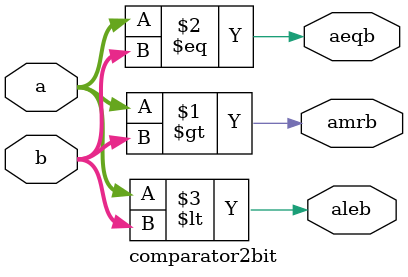
<source format=v>
`timescale 1ns / 1ps
module comparator2bit(a,b,amrb,aeqb,aleb);
input [1:0]a,b;
output amrb,aeqb,aleb;
assign amrb=(a>b);
assign aeqb=(a==b);
assign aleb=(a<b);
endmodule

</source>
